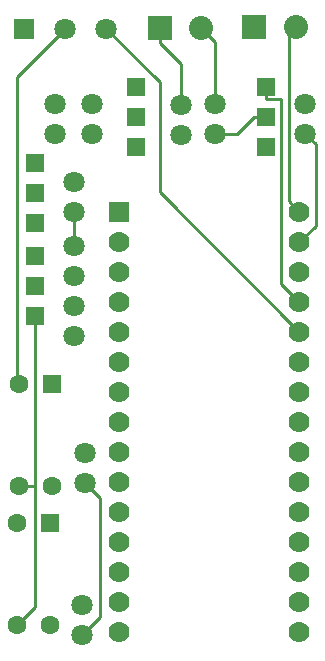
<source format=gtl>
G04 Layer: TopLayer*
G04 EasyEDA v6.5.22, 2023-04-09 12:07:21*
G04 a82510d75d89424d952477dd8e89e6f5,b58ac661183547158e32f13718f6ba1e,10*
G04 Gerber Generator version 0.2*
G04 Scale: 100 percent, Rotated: No, Reflected: No *
G04 Dimensions in millimeters *
G04 leading zeros omitted , absolute positions ,4 integer and 5 decimal *
%FSLAX45Y45*%
%MOMM*%

%ADD10C,0.2540*%
%ADD11C,1.8000*%
%ADD12R,1.5240X1.5240*%
%ADD13R,2.0320X2.0320*%
%ADD14C,2.0320*%
%ADD15R,1.8001X1.8001*%
%ADD16C,1.8001*%
%ADD17R,1.6000X1.6000*%
%ADD18C,1.6000*%
%ADD19R,1.7780X1.7780*%
%ADD20C,1.7780*%

%LPD*%
D10*
X2628900Y5242560D02*
G01*
X2755900Y5242560D01*
X2755900Y3680968D01*
X2911093Y3525773D01*
X2911093Y4287773D02*
G01*
X2819400Y4379468D01*
X2819400Y5788913D01*
X2880359Y5849873D01*
X2911093Y3271773D02*
G01*
X1727200Y4455668D01*
X1727200Y5384800D01*
X1277112Y5834634D01*
X533400Y2832607D02*
G01*
X520700Y2832607D01*
X520700Y5428234D01*
X927354Y5834634D01*
X673100Y3403600D02*
G01*
X673100Y1968500D01*
X632460Y1968500D01*
X631189Y1968500D02*
G01*
X673100Y1968500D01*
X673100Y939292D01*
X521207Y787400D01*
X1066800Y708660D02*
G01*
X1219200Y861060D01*
X1219200Y1864360D01*
X1092200Y1991360D01*
X2197105Y4950452D02*
G01*
X2382499Y4950452D01*
X2524739Y5092692D01*
X2628905Y5092692D02*
G01*
X2524739Y5092692D01*
X1003305Y3997698D02*
G01*
X1003305Y4290052D01*
X2628905Y5346692D02*
G01*
X2628905Y5242526D01*
X1905005Y5191498D02*
G01*
X1905005Y5537319D01*
X1727205Y5715119D01*
X1727205Y5844684D02*
G01*
X1727205Y5715119D01*
X2197105Y5204198D02*
G01*
X2197105Y5724796D01*
X2077217Y5844684D01*
X2959105Y4950452D02*
G01*
X3048208Y4861349D01*
X3048208Y4170773D01*
X2911200Y4033766D01*
X631271Y1968492D02*
G01*
X533405Y1968492D01*
D11*
G01*
X1092200Y2245105D03*
G01*
X1092200Y1991360D03*
G01*
X1066800Y962405D03*
G01*
X1066800Y708660D03*
D12*
G01*
X2628900Y5092700D03*
G01*
X2628900Y5346700D03*
G01*
X2628900Y4838700D03*
G01*
X673100Y4445000D03*
G01*
X673100Y4699000D03*
G01*
X673100Y4191000D03*
G01*
X673100Y3657600D03*
G01*
X673100Y3911600D03*
G01*
X673100Y3403600D03*
G01*
X1524000Y5092700D03*
G01*
X1524000Y5346700D03*
G01*
X1524000Y4838700D03*
D11*
G01*
X1905000Y5191505D03*
G01*
X1905000Y4937760D03*
G01*
X1003300Y4543805D03*
G01*
X1003300Y4290060D03*
G01*
X838200Y5204205D03*
G01*
X838200Y4950460D03*
G01*
X2959100Y5204205D03*
G01*
X2959100Y4950460D03*
G01*
X2197100Y5204205D03*
G01*
X2197100Y4950460D03*
G01*
X1003300Y3997705D03*
G01*
X1003300Y3743960D03*
G01*
X1155700Y5204205D03*
G01*
X1155700Y4950460D03*
G01*
X1003300Y3489705D03*
G01*
X1003300Y3235960D03*
D13*
G01*
X2530205Y5849868D03*
D14*
G01*
X2880243Y5849868D03*
D15*
G01*
X577225Y5834679D03*
D16*
G01*
X927237Y5834679D03*
G01*
X1277223Y5834679D03*
D14*
G01*
X2077222Y5844687D03*
D13*
G01*
X1727210Y5844687D03*
D17*
G01*
X801192Y1651330D03*
D18*
G01*
X521207Y1651330D03*
G01*
X521207Y787323D03*
G01*
X801192Y787323D03*
D17*
G01*
X813409Y2832531D03*
D18*
G01*
X533400Y2832506D03*
G01*
X533400Y1968500D03*
G01*
X813384Y1968500D03*
D19*
G01*
X1387231Y4287768D03*
D20*
G01*
X1387231Y4033768D03*
G01*
X1387231Y3779768D03*
G01*
X1387231Y3525768D03*
G01*
X1387231Y3271768D03*
G01*
X1387231Y3017768D03*
G01*
X1387231Y2763768D03*
G01*
X1387231Y2509768D03*
G01*
X1387231Y2255768D03*
G01*
X1387231Y2001768D03*
G01*
X1387231Y1747768D03*
G01*
X1387231Y1493768D03*
G01*
X1387231Y1239768D03*
G01*
X1387231Y985768D03*
G01*
X1387231Y731768D03*
G01*
X2911205Y4287768D03*
G01*
X2911205Y4033768D03*
G01*
X2911205Y3779768D03*
G01*
X2911205Y3525768D03*
G01*
X2911205Y3271768D03*
G01*
X2911205Y3017768D03*
G01*
X2911205Y2763768D03*
G01*
X2911205Y2509768D03*
G01*
X2911205Y2255768D03*
G01*
X2911205Y2001768D03*
G01*
X2911205Y1747768D03*
G01*
X2911205Y1493768D03*
G01*
X2911205Y1239768D03*
G01*
X2911205Y985768D03*
G01*
X2911205Y731768D03*
M02*

</source>
